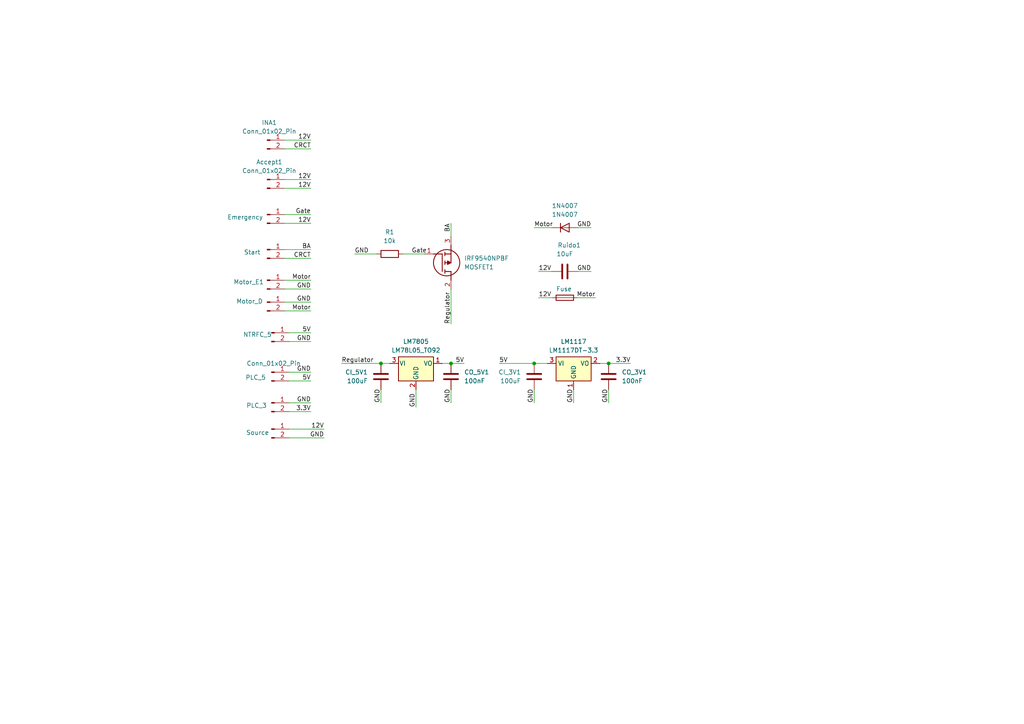
<source format=kicad_sch>
(kicad_sch (version 20231120) (generator "eeschema") (generator_version "8.0")
  (paper "A4")
  (lib_symbols
    (symbol "Connector:Conn_01x02_Pin" (pin_names (offset 1.016) hide)
      (property "Reference" "J" (at 0 2.54 0))
      (property "Value" "Conn_01x02_Pin" (at 0 -5.08 0))
      (symbol "Conn_01x02_Pin_1_1"
        (polyline (pts (xy 1.27 -2.54) (xy 0.8636 -2.54)) (stroke (width 0.1524)))
        (polyline (pts (xy 1.27 0) (xy 0.8636 0)) (stroke (width 0.1524)))
        (rectangle (start 0.8636 -2.413) (end 0 -2.667) (stroke (width 0.1524)) (fill (type outline)))
        (rectangle (start 0.8636 0.127) (end 0 -0.127) (stroke (width 0.1524)) (fill (type outline)))
        (pin passive line (at 5.08 0 180) (length 3.81) (name "Pin_1") (number "1"))
        (pin passive line (at 5.08 -2.54 180) (length 3.81) (name "Pin_2") (number "2"))
      )
    )
    (symbol "Device:C" (pin_numbers hide) (pin_names (offset 0.254))
      (property "Reference" "C" (at 0.635 2.54 0))
      (property "Value" "C" (at 0.635 -2.54 0))
      (symbol "C_0_1"
        (polyline (pts (xy -2.032 -0.762) (xy 2.032 -0.762)) (stroke (width 0.508)))
        (polyline (pts (xy -2.032 0.762) (xy 2.032 0.762)) (stroke (width 0.508)))
      )
      (symbol "C_1_1"
        (pin passive line (at 0 3.81 270) (length 2.794) (name "~") (number "1"))
        (pin passive line (at 0 -3.81 90) (length 2.794) (name "~") (number "2"))
      )
    )
    (symbol "Device:Fuse" (pin_numbers hide) (pin_names (offset 0))
      (property "Reference" "F" (at 2.032 0 90))
      (property "Value" "Fuse" (at -1.905 0 90))
      (symbol "Fuse_0_1"
        (rectangle (start -0.762 -2.54) (end 0.762 2.54) (stroke (width 0.254)))
        (polyline (pts (xy 0 2.54) (xy 0 -2.54)))
      )
      (symbol "Fuse_1_1"
        (pin passive line (at 0 3.81 270) (length 1.27) (name "~") (number "1"))
        (pin passive line (at 0 -3.81 90) (length 1.27) (name "~") (number "2"))
      )
    )
    (symbol "Device:R" (pin_numbers hide) (pin_names (offset 0))
      (property "Reference" "R" (at 2.032 0 90))
      (property "Value" "R" (at 0 0 90))
      (symbol "R_0_1"
        (rectangle (start -1.016 -2.54) (end 1.016 2.54) (stroke (width 0.254)))
      )
      (symbol "R_1_1"
        (pin passive line (at 0 3.81 270) (length 1.27) (name "~") (number "1"))
        (pin passive line (at 0 -3.81 90) (length 1.27) (name "~") (number "2"))
      )
    )
    (symbol "Diode:1N4007" (pin_numbers hide) (pin_names hide)
      (property "Reference" "D" (at 0 2.54 0))
      (property "Value" "1N4007" (at 0 -2.54 0))
      (symbol "1N4007_0_1"
        (polyline (pts (xy -1.27 1.27) (xy -1.27 -1.27)) (stroke (width 0.254)))
        (polyline (pts (xy 1.27 0) (xy -1.27 0)))
        (polyline (pts (xy 1.27 1.27) (xy 1.27 -1.27) (xy -1.27 0) (xy 1.27 1.27)) (stroke (width 0.254)))
      )
      (symbol "1N4007_1_1"
        (pin passive line (at -3.81 0 0) (length 2.54) (name "K") (number "1"))
        (pin passive line (at 3.81 0 180) (length 2.54) (name "A") (number "2"))
      )
    )
    (symbol "IRF9540:IRF9540NPBF" (pin_names hide)
      (property "Reference" "Q" (at 11.43 3.81 0))
      (property "Value" "IRF9540NPBF" (at 11.43 1.27 0))
      (symbol "IRF9540NPBF_1_1"
        (polyline (pts (xy 2.54 0) (xy 5.08 0)) (stroke (width 0.254)))
        (polyline (pts (xy 5.08 5.08) (xy 5.08 0)) (stroke (width 0.254)))
        (polyline (pts (xy 5.842 -0.508) (xy 5.842 0.508)) (stroke (width 0.254)))
        (polyline (pts (xy 5.842 0) (xy 7.62 0)) (stroke (width 0.254)))
        (polyline (pts (xy 5.842 2.032) (xy 5.842 3.048)) (stroke (width 0.254)))
        (polyline (pts (xy 5.842 5.588) (xy 5.842 4.572)) (stroke (width 0.254)))
        (polyline (pts (xy 7.62 2.54) (xy 5.842 2.54)) (stroke (width 0.254)))
        (polyline (pts (xy 7.62 2.54) (xy 7.62 -2.54)) (stroke (width 0.254)))
        (polyline (pts (xy 7.62 5.08) (xy 5.842 5.08)) (stroke (width 0.254)))
        (polyline (pts (xy 7.62 5.08) (xy 7.62 7.62)) (stroke (width 0.254)))
        (polyline (pts (xy 7.62 2.54) (xy 6.604 3.048) (xy 6.604 2.032) (xy 7.62 2.54)) (stroke (width 0.254)) (fill (type outline)))
        (circle (center 6.35 2.54) (radius 3.81) (stroke (width 0.254)))
        (pin power_in line (at 0 0 0) (length 2.54) (name "G") (number "1"))
        (pin output line (at 7.62 10.16 270) (length 2.54) (name "D") (number "2"))
        (pin power_in line (at 7.62 -5.08 90) (length 2.54) (name "S") (number "3"))
      )
    )
    (symbol "Regulator_Linear:LM1117DT-3.3"
      (property "Reference" "U" (at -3.81 3.175 0))
      (property "Value" "LM1117DT-3.3" (at 0 3.175 0))
      (symbol "LM1117DT-3.3_0_1"
        (rectangle (start -5.08 -5.08) (end 5.08 1.905) (stroke (width 0.254)) (fill (type background)))
      )
      (symbol "LM1117DT-3.3_1_1"
        (pin power_in line (at 0 -7.62 90) (length 2.54) (name "GND") (number "1"))
        (pin power_out line (at 7.62 0 180) (length 2.54) (name "VO") (number "2"))
        (pin power_in line (at -7.62 0 0) (length 2.54) (name "VI") (number "3"))
      )
    )
    (symbol "Regulator_Linear:LM78L05_TO92" (pin_names (offset 0.254))
      (property "Reference" "U" (at -3.81 3.175 0))
      (property "Value" "LM78L05_TO92" (at 0 3.175 0))
      (symbol "LM78L05_TO92_0_1"
        (rectangle (start -5.08 -5.08) (end 5.08 1.905) (stroke (width 0.254)) (fill (type background)))
      )
      (symbol "LM78L05_TO92_1_1"
        (pin power_out line (at 7.62 0 180) (length 2.54) (name "VO") (number "1"))
        (pin power_in line (at 0 -7.62 90) (length 2.54) (name "GND") (number "2"))
        (pin power_in line (at -7.62 0 0) (length 2.54) (name "VI") (number "3"))
      )
    )
  )
  (junction (at 130.81 105.41))
  (junction (at 110.49 105.41))
  (junction (at 176.53 105.41))
  (junction (at 154.94 105.41))
  (wire (pts (xy 144.78 105.41) (xy 154.94 105.41)))
  (wire (pts (xy 99.06 105.41) (xy 110.49 105.41)))
  (wire (pts (xy 128.27 105.41) (xy 130.81 105.41)))
  (wire (pts (xy 90.17 74.93) (xy 82.55 74.93)))
  (wire (pts (xy 154.94 105.41) (xy 158.75 105.41)))
  (wire (pts (xy 90.17 96.52) (xy 83.82 96.52)))
  (wire (pts (xy 154.94 116.84) (xy 154.94 113.03)))
  (wire (pts (xy 134.62 105.41) (xy 130.81 105.41)))
  (wire (pts (xy 90.17 62.23) (xy 82.55 62.23)))
  (wire (pts (xy 82.55 64.77) (xy 90.17 64.77)))
  (wire (pts (xy 156.21 78.74) (xy 160.02 78.74)))
  (wire (pts (xy 93.98 127) (xy 83.82 127)))
  (wire (pts (xy 110.49 105.41) (xy 113.03 105.41)))
  (wire (pts (xy 90.17 99.06) (xy 83.82 99.06)))
  (wire (pts (xy 90.17 90.17) (xy 82.55 90.17)))
  (wire (pts (xy 172.72 86.36) (xy 167.64 86.36)))
  (wire (pts (xy 90.17 116.84) (xy 83.82 116.84)))
  (wire (pts (xy 166.37 116.84) (xy 166.37 113.03)))
  (wire (pts (xy 102.87 73.66) (xy 109.22 73.66)))
  (wire (pts (xy 90.17 110.49) (xy 83.82 110.49)))
  (wire (pts (xy 90.17 54.61) (xy 82.55 54.61)))
  (wire (pts (xy 110.49 116.84) (xy 110.49 113.03)))
  (wire (pts (xy 90.17 72.39) (xy 82.55 72.39)))
  (wire (pts (xy 182.88 105.41) (xy 176.53 105.41)))
  (wire (pts (xy 90.17 83.82) (xy 82.55 83.82)))
  (wire (pts (xy 120.65 118.11) (xy 120.65 113.03)))
  (wire (pts (xy 176.53 116.84) (xy 176.53 113.03)))
  (wire (pts (xy 90.17 107.95) (xy 83.82 107.95)))
  (wire (pts (xy 90.17 87.63) (xy 82.55 87.63)))
  (wire (pts (xy 171.45 78.74) (xy 167.64 78.74)))
  (wire (pts (xy 173.99 105.41) (xy 176.53 105.41)))
  (wire (pts (xy 130.81 93.98) (xy 130.81 83.82)))
  (wire (pts (xy 130.81 64.77) (xy 130.81 68.58)))
  (wire (pts (xy 154.94 66.04) (xy 160.02 66.04)))
  (wire (pts (xy 90.17 81.28) (xy 82.55 81.28)))
  (wire (pts (xy 90.17 43.18) (xy 82.55 43.18)))
  (wire (pts (xy 116.84 73.66) (xy 123.19 73.66)))
  (wire (pts (xy 90.17 52.07) (xy 82.55 52.07)))
  (wire (pts (xy 156.21 86.36) (xy 160.02 86.36)))
  (wire (pts (xy 93.98 124.46) (xy 83.82 124.46)))
  (wire (pts (xy 171.45 66.04) (xy 167.64 66.04)))
  (wire (pts (xy 130.81 116.84) (xy 130.81 113.03)))
  (wire (pts (xy 90.17 40.64) (xy 82.55 40.64)))
  (wire (pts (xy 90.17 119.38) (xy 83.82 119.38)))
  (label "Motor" (at 90.17 81.28 180))
  (label "GND" (at 90.17 87.63 180))
  (label "12V" (at 90.17 64.77 180))
  (label "GND" (at 93.98 127 180))
  (label "CRCT" (at 90.17 74.93 180))
  (label "GND" (at 154.94 116.84 90))
  (label "GND" (at 166.37 116.84 90))
  (label "GND" (at 171.45 66.04 180))
  (label "Regulator" (at 130.81 93.98 90))
  (label "GND" (at 90.17 107.95 180))
  (label "5V" (at 90.17 110.49 180))
  (label "GND" (at 120.65 118.11 90))
  (label "GND" (at 102.87 73.66 0))
  (label "CRCT" (at 90.17 43.18 180))
  (label "Motor" (at 172.72 86.36 180))
  (label "Motor" (at 90.17 90.17 180))
  (label "12V" (at 93.98 124.46 180))
  (label "Motor" (at 154.94 66.04 0))
  (label "GND" (at 130.81 116.84 90))
  (label "5V" (at 134.62 105.41 180))
  (label "3.3V" (at 182.88 105.41 180))
  (label "3.3V" (at 90.17 119.38 180))
  (label "5V" (at 90.17 96.52 180))
  (label "12V" (at 90.17 52.07 180))
  (label "12V" (at 156.21 86.36 0))
  (label "BA" (at 130.81 64.77 270))
  (label "GND" (at 171.45 78.74 180))
  (label "Gate" (at 119.38 73.66 0))
  (label "GND" (at 90.17 83.82 180))
  (label "12V" (at 90.17 40.64 180))
  (label "GND" (at 110.49 116.84 90))
  (label "GND" (at 176.53 116.84 90))
  (label "GND" (at 90.17 99.06 180))
  (label "12V" (at 90.17 54.61 180))
  (label "Gate" (at 90.17 62.23 180))
  (label "BA" (at 90.17 72.39 180))
  (label "5V" (at 144.78 105.41 0))
  (label "GND" (at 90.17 116.84 180))
  (label "12V" (at 156.21 78.74 0))
  (label "Regulator" (at 99.06 105.41 0))
  (symbol (lib_id "Connector:Conn_01x02_Pin") (at 77.47 87.63 0) (unit 1)
    (property "Reference" "J3" (effects (hide yes)))
    (property "Value" "Motor_D" (at 72.39 87.376 0))
    (property "Footprint" "Connector_JST:JST_VH_B2P-VH_1x02_P3.96mm_Vertical" (effects (hide yes)))
    (property "Description" "Generic connector, single row, 01x02, script generated" (effects (hide yes)))
  )
  (symbol (lib_id "Connector:Conn_01x02_Pin") (at 77.47 40.64 0) (unit 1)
    (property "Reference" "INA1" (at 78.105 35.56 0))
    (property "Value" "Conn_01x02_Pin" (at 78.105 38.1 0))
    (property "Footprint" "Connector_JST:JST_VH_B2P-VH_1x02_P3.96mm_Vertical" (effects (hide yes)))
    (property "Description" "Generic connector, single row, 01x02, script generated" (effects (hide yes)))
  )
  (symbol (lib_id "Diode:1N4007") (at 163.83 66.04 0) (unit 1)
    (property "Reference" "1N4007" (at 163.83 59.69 0))
    (property "Value" "1N4007" (at 163.83 62.23 0))
    (property "Footprint" "Diode_THT:D_DO-41_SOD81_P10.16mm_Horizontal" (effects (hide yes)))
    (property "Datasheet" "http://www.vishay.com/docs/88503/1n4001.pdf" (effects (hide yes)))
    (property "Description" "1000V 1A General Purpose Rectifier Diode, DO-41" (effects (hide yes)))
    (property "Sim.Device" "D" (effects (hide yes)))
    (property "Sim.Pins" "1=K 2=A" (effects (hide yes)))
  )
  (symbol (lib_id "Connector:Conn_01x02_Pin") (at 77.47 72.39 0) (unit 1)
    (property "Reference" "J2" (effects (hide yes)))
    (property "Value" "Start" (at 73.152 73.152 0))
    (property "Footprint" "Connector_JST:JST_VH_B2P-VH_1x02_P3.96mm_Vertical" (effects (hide yes)))
    (property "Description" "Generic connector, single row, 01x02, script generated" (effects (hide yes)))
  )
  (symbol (lib_id "Device:C") (at 154.94 109.22 0) (mirror y) (unit 1)
    (property "Reference" "CI_3V1" (at 151.13 107.9499 0) (effects (justify left)))
    (property "Value" "100uF" (at 151.13 110.4899 0) (effects (justify left)))
    (property "Footprint" "Capacitor_THT:C_Radial_D6.3mm_H11.0mm_P2.50mm" (effects (hide yes)))
    (property "Description" "Unpolarized capacitor" (effects (hide yes)))
  )
  (symbol (lib_id "Connector:Conn_01x02_Pin") (at 77.47 81.28 0) (unit 1)
    (property "Reference" "Motor_E1" (at 72.136 81.788 0))
    (property "Value" "Conn_01x02_Pin" (effects (hide yes)))
    (property "Footprint" "Connector_JST:JST_VH_B2P-VH_1x02_P3.96mm_Vertical" (effects (hide yes)))
    (property "Description" "Generic connector, single row, 01x02, script generated" (effects (hide yes)))
  )
  (symbol (lib_id "IRF9540:IRF9540NPBF") (at 123.19 73.66 0) (mirror x) (unit 1)
    (property "Reference" "MOSFET1" (at 134.62 77.4701 0) (effects (justify left)))
    (property "Value" "IRF9540NPBF" (at 134.62 74.9301 0) (effects (justify left)))
    (property "Footprint" "IRF9540:TO254P469X1042X1967-3P" (effects (hide yes)))
    (property "Datasheet" "https://www.infineon.com/dgdl/irf9540npbf.pdf?fileId=5546d462533600a401535611cfa21dc8" (effects (hide yes)))
    (property "Description" "Infineon IRF9540NPBF P-channel MOSFET, 23 A, 100 V HEXFET, 3-Pin TO-220AB" (effects (hide yes)))
    (property "Height" "4.69" (effects (hide yes)))
    (property "Mouser Part Number" "942-IRF9540NPBF" (effects (hide yes)))
    (property "Mouser Price/Stock" "https://www.mouser.co.uk/ProductDetail/Infineon-Technologies/IRF9540NPBF?qs=9%252BKlkBgLFf0vnuA8mxUPtw%3D%3D" (effects (hide yes)))
    (property "Manufacturer_Name" "Infineon" (effects (hide yes)))
    (property "Manufacturer_Part_Number" "IRF9540NPBF" (effects (hide yes)))
  )
  (symbol (lib_id "Device:C") (at 130.81 109.22 0) (unit 1)
    (property "Reference" "CO_5V1" (at 134.62 107.9499 0) (effects (justify left)))
    (property "Value" "100nF" (at 134.62 110.4899 0) (effects (justify left)))
    (property "Footprint" "Capacitor_THT:C_Disc_D3.0mm_W1.6mm_P2.50mm" (effects (hide yes)))
    (property "Description" "Unpolarized capacitor" (effects (hide yes)))
  )
  (symbol (lib_id "Device:Fuse") (at 163.83 86.36 90) (unit 1)
    (property "Reference" "F1" (effects (hide yes)))
    (property "Value" "Fuse" (at 163.576 83.82 90))
    (property "Footprint" "Fuse:Fuse_Littelfuse_372_D8.50mm" (effects (hide yes)))
    (property "Description" "Fuse" (effects (hide yes)))
  )
  (symbol (lib_id "Device:C") (at 163.83 78.74 270) (unit 1)
    (property "Reference" "Ruido1" (at 165.1 71.12 90))
    (property "Value" "10uF" (at 163.83 73.66 90))
    (property "Footprint" "Capacitor_THT:C_Radial_D5.0mm_H11.0mm_P2.00mm" (effects (hide yes)))
    (property "Description" "Unpolarized capacitor" (effects (hide yes)))
  )
  (symbol (lib_id "Device:R") (at 113.03 73.66 90) (unit 1)
    (property "Reference" "R1" (at 113.03 67.31 90))
    (property "Value" "10k" (at 113.03 69.85 90))
    (property "Footprint" "Resistor_THT:R_Axial_DIN0204_L3.6mm_D1.6mm_P1.90mm_Vertical" (effects (hide yes)))
    (property "Description" "Resistor" (effects (hide yes)))
  )
  (symbol (lib_id "Device:C") (at 110.49 109.22 0) (mirror y) (unit 1)
    (property "Reference" "CI_5V1" (at 106.68 107.9499 0) (effects (justify left)))
    (property "Value" "100uF" (at 106.68 110.4899 0) (effects (justify left)))
    (property "Footprint" "Capacitor_THT:C_Radial_D6.3mm_H11.0mm_P2.50mm" (effects (hide yes)))
    (property "Description" "Unpolarized capacitor" (effects (hide yes)))
  )
  (symbol (lib_id "Connector:Conn_01x02_Pin") (at 78.74 124.46 0) (unit 1)
    (property "Reference" "J6" (effects (hide yes)))
    (property "Value" "Source" (at 71.374 125.476 0) (effects (justify left)))
    (property "Footprint" "Connector_JST:JST_VH_B2P-VH_1x02_P3.96mm_Vertical" (effects (hide yes)))
    (property "Description" "Generic connector, single row, 01x02, script generated" (effects (hide yes)))
  )
  (symbol (lib_id "Connector:Conn_01x02_Pin") (at 78.74 107.95 0) (unit 1)
    (property "Reference" "PLC_5" (at 74.168 109.474 0))
    (property "Value" "Conn_01x02_Pin" (at 79.375 105.41 0))
    (property "Footprint" "Connector_JST:JST_XH_B2B-XH-A_1x02_P2.50mm_Vertical" (effects (hide yes)))
    (property "Description" "Generic connector, single row, 01x02, script generated" (effects (hide yes)))
  )
  (symbol (lib_id "Connector:Conn_01x02_Pin") (at 77.47 52.07 0) (unit 1)
    (property "Reference" "Accept1" (at 78.105 46.99 0))
    (property "Value" "Conn_01x02_Pin" (at 78.105 49.53 0))
    (property "Footprint" "Connector_JST:JST_VH_B2P-VH_1x02_P3.96mm_Vertical" (effects (hide yes)))
    (property "Description" "Generic connector, single row, 01x02, script generated" (effects (hide yes)))
  )
  (symbol (lib_id "Connector:Conn_01x02_Pin") (at 77.47 62.23 0) (unit 1)
    (property "Reference" "J1" (effects (hide yes)))
    (property "Value" "Emergency" (at 71.12 62.992 0))
    (property "Footprint" "Connector_JST:JST_VH_B2P-VH_1x02_P3.96mm_Vertical" (effects (hide yes)))
    (property "Description" "Generic connector, single row, 01x02, script generated" (effects (hide yes)))
  )
  (symbol (lib_id "Device:C") (at 176.53 109.22 0) (unit 1)
    (property "Reference" "CO_3V1" (at 180.34 107.9499 0) (effects (justify left)))
    (property "Value" "100nF" (at 180.34 110.4899 0) (effects (justify left)))
    (property "Footprint" "Capacitor_THT:C_Disc_D3.0mm_W1.6mm_P2.50mm" (effects (hide yes)))
    (property "Description" "Unpolarized capacitor" (effects (hide yes)))
  )
  (symbol (lib_id "Regulator_Linear:LM78L05_TO92") (at 120.65 105.41 0) (unit 1)
    (property "Reference" "LM7805" (at 120.65 99.06 0))
    (property "Value" "LM78L05_TO92" (at 120.65 101.6 0))
    (property "Footprint" "Package_TO_SOT_THT:TO-92_Inline" (effects (hide yes)))
    (property "Datasheet" "https://www.onsemi.com/pub/Collateral/MC78L06A-D.pdf" (effects (hide yes)))
    (property "Description" "Positive 100mA 30V Linear Regulator, Fixed Output 5V, TO-92" (effects (hide yes)))
  )
  (symbol (lib_id "Regulator_Linear:LM1117DT-3.3") (at 166.37 105.41 0) (unit 1)
    (property "Reference" "LM1117" (at 166.37 99.06 0))
    (property "Value" "LM1117DT-3.3" (at 166.37 101.6 0))
    (property "Footprint" "Package_TO_SOT_THT:TO-92_Inline" (effects (hide yes)))
    (property "Datasheet" "http://www.ti.com/lit/ds/symlink/lm1117.pdf" (effects (hide yes)))
    (property "Description" "800mA Low-Dropout Linear Regulator, 3.3V fixed output, TO-252" (effects (hide yes)))
  )
  (symbol (lib_id "Connector:Conn_01x02_Pin") (at 78.74 96.52 0) (unit 1)
    (property "Reference" "NTRFC_5" (at 74.676 97.028 0))
    (property "Value" "Conn_01x02_Pin" (effects (hide yes)))
    (property "Footprint" "Connector_JST:JST_XH_B2B-XH-A_1x02_P2.50mm_Vertical" (effects (hide yes)))
    (property "Description" "Generic connector, single row, 01x02, script generated" (effects (hide yes)))
  )
  (symbol (lib_id "Connector:Conn_01x02_Pin") (at 78.74 116.84 0) (unit 1)
    (property "Reference" "PLC_3" (at 74.422 117.602 0))
    (property "Value" "Conn_01x02_Pin" (effects (hide yes)))
    (property "Footprint" "Connector_JST:JST_XH_B2B-XH-A_1x02_P2.50mm_Vertical" (effects (hide yes)))
    (property "Description" "Generic connector, single row, 01x02, script generated" (effects (hide yes)))
  )
)
</source>
